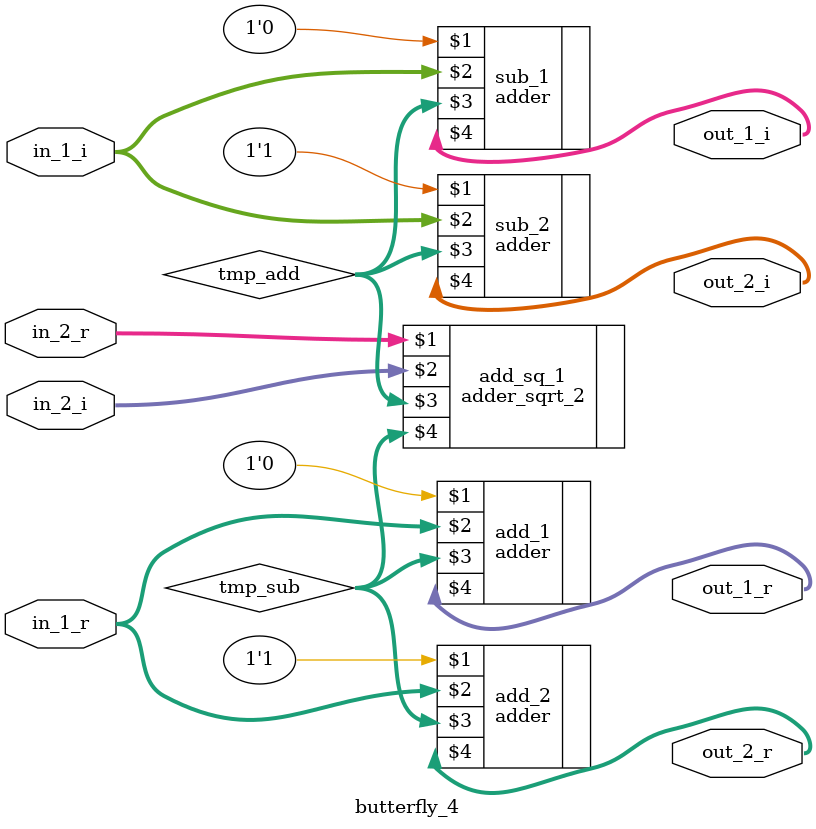
<source format=v>
module butterfly_4 #(parameter N = 4)
(
    input  [(2 ** N) - 1 : 0] in_1_r,  in_1_i,  in_2_r,  in_2_i,
    output [(2 ** N) - 1 : 0] out_1_r, out_1_i, out_2_r, out_2_i
);
    wire [(2 ** N) - 1 : 0] tmp_add, tmp_sub;
    adder_sqrt_2 #(.N(N)) add_sq_1(in_2_r, in_2_i, tmp_add, tmp_sub);

    // out_1 = in_1 - (1 + i) / sqrt(2) * in_2
    adder #(.N(N)) add_1(1'b0, in_1_r, tmp_sub, out_1_r);
    adder #(.N(N)) sub_1(1'b0, in_1_i, tmp_add, out_1_i);

    // out_2 = in_1 + (1 + i) / sqrt(2) * in_2
    adder #(.N(N)) add_2(1'b1, in_1_r, tmp_sub, out_2_r);
    adder #(.N(N)) sub_2(1'b1, in_1_i, tmp_add, out_2_i);

endmodule

</source>
